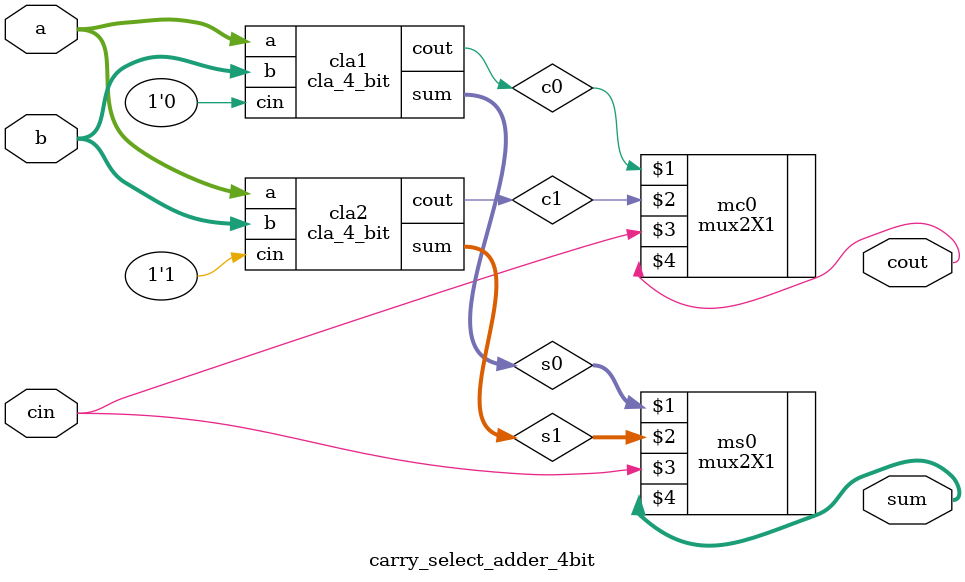
<source format=v>
`timescale 1ns / 1ps

module cla_4_bit(input [3:0] a, input [3:0] b, input cin, output [3:0] sum, output cout);
    /**
      * a = First 4 bit input
      * b = Second 4 bit input
      * cin = input carry
      * sum = sum of A and B, without the carry
      * cout = output carry 
      */

    wire [3:0] p, g; // define propagate and generate bits
    wire [4:0] c;       // define carry bits
    
    assign p[3:0] = a[3:0] ^ b[3:0];    // assign propagate values to p
    assign g[3:0] = a[3:0] & b[3:0];    // assign generate values to g
    
    assign c[0] = cin,
    c[1] = g[0]|(p[0] & cin),
    c[2] = g[1]|(p[1] & g[0])|(p[1] & p[0] & cin),
    c[3] = g[2]|(p[2] & g[1])|(p[2] & p[1] & g[0])|(p[2] & p[1] & p[0] & cin),
    c[4] = g[3]|(p[3] & g[2])|(p[3] & p[2] & g[1])|(p[3] & p[2] & p[1] & g[0])|(p[3] & p[2] & p[1] & p[0] & cin);
    
    assign sum[3:0] = p[3:0] ^ c[3:0];  // assign the sum result to sum
    assign cout = c[4];                 // assign the output carry
endmodule

module carry_select_adder_4bit (
    input [3:0] a,                  // 4 bit input
    input [3:0] b,                  // second 4 bit input
    input cin,                      // input carry - decides the sum and carry output
    output [3:0] sum,               // 4-bit sum
    output cout                     // carry output
    );
 
wire [3:0] s0,s1;
wire c0,c1;
 
cla_4_bit cla1(a[3:0], b[3:0], 1'b0, s0[3:0], c0);          // the sum and carry results if the input carry is 0 
cla_4_bit cla2(a[3:0], b[3:0], 1'b1, s1[3:0], c1);          // the sum and carry results if the input carry is 01
 
mux2X1 #(4) ms0( s0[3:0], s1[3:0], cin, sum[3:0]);          // choose the sum according to the carry input from previous block
mux2X1 #(1) mc0( c0, c1, cin, cout);                        // choose the carry output according to the carry input from previous block

endmodule
</source>
